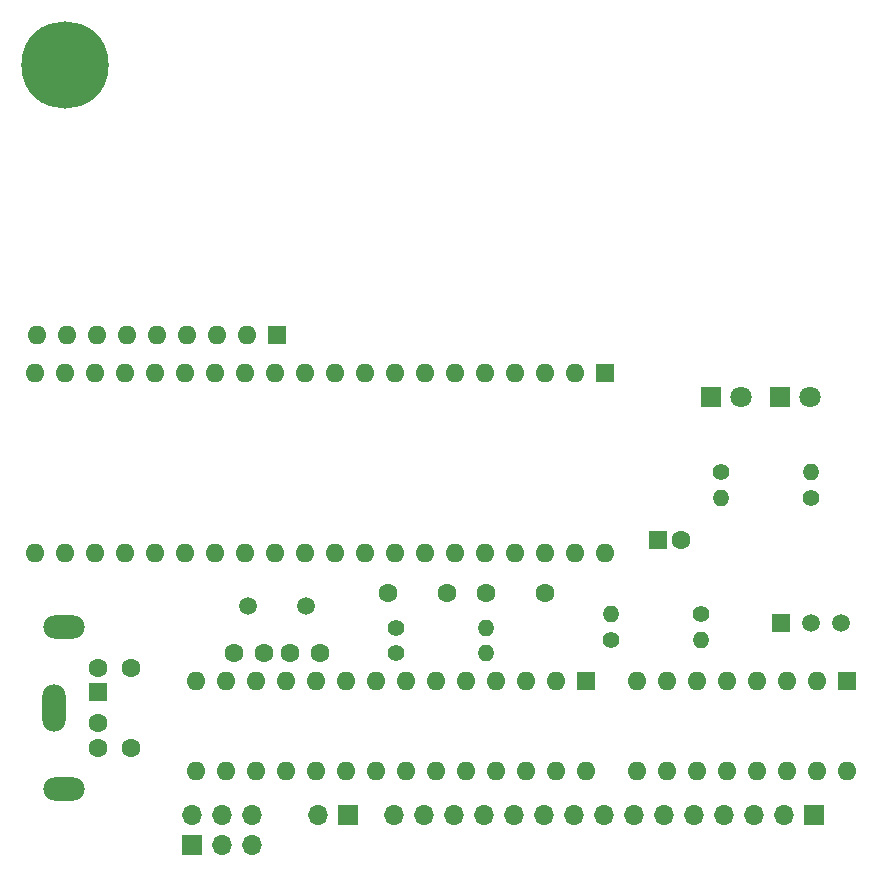
<source format=gbr>
%TF.GenerationSoftware,KiCad,Pcbnew,7.0.7*%
%TF.CreationDate,2023-11-28T10:30:52+00:00*%
%TF.ProjectId,Lynx-PS2,4c796e78-2d50-4533-922e-6b696361645f,rev?*%
%TF.SameCoordinates,Original*%
%TF.FileFunction,Soldermask,Bot*%
%TF.FilePolarity,Negative*%
%FSLAX46Y46*%
G04 Gerber Fmt 4.6, Leading zero omitted, Abs format (unit mm)*
G04 Created by KiCad (PCBNEW 7.0.7) date 2023-11-28 10:30:52*
%MOMM*%
%LPD*%
G01*
G04 APERTURE LIST*
%ADD10C,1.600000*%
%ADD11C,1.400000*%
%ADD12O,1.400000X1.400000*%
%ADD13R,1.700000X1.700000*%
%ADD14O,1.700000X1.700000*%
%ADD15C,7.400000*%
%ADD16R,1.800000X1.800000*%
%ADD17C,1.800000*%
%ADD18R,1.500000X1.500000*%
%ADD19C,1.500000*%
%ADD20R,1.600000X1.600000*%
%ADD21O,1.600000X1.600000*%
%ADD22O,3.500000X2.000000*%
%ADD23O,2.000000X4.000000*%
G04 APERTURE END LIST*
D10*
%TO.C,C4*%
X62660000Y-102300000D03*
X60160000Y-102300000D03*
%TD*%
D11*
%TO.C,R17*%
X104270000Y-89180000D03*
D12*
X96650000Y-89180000D03*
%TD*%
D13*
%TO.C,J800*%
X51820000Y-118600000D03*
D14*
X51820000Y-116060000D03*
X54360000Y-118600000D03*
X54360000Y-116060000D03*
X56900000Y-118600000D03*
X56900000Y-116060000D03*
%TD*%
D10*
%TO.C,C1*%
X76750000Y-97250000D03*
X81750000Y-97250000D03*
%TD*%
D11*
%TO.C,R10*%
X69140000Y-102370000D03*
D12*
X76760000Y-102370000D03*
%TD*%
D15*
%TO.C,H1*%
X41075000Y-52525000D03*
%TD*%
D16*
%TO.C,D18*%
X95815000Y-80630000D03*
D17*
X98355000Y-80630000D03*
%TD*%
D18*
%TO.C,Q1*%
X101727000Y-99822000D03*
D19*
X104267000Y-99822000D03*
X106807000Y-99822000D03*
%TD*%
D11*
%TO.C,R9*%
X94994000Y-99064000D03*
D12*
X87374000Y-99064000D03*
%TD*%
D16*
%TO.C,D19*%
X101640000Y-80630000D03*
D17*
X104180000Y-80630000D03*
%TD*%
D13*
%TO.C,J1*%
X65055000Y-116050000D03*
D14*
X62515000Y-116050000D03*
%TD*%
D11*
%TO.C,R15*%
X69140000Y-100200000D03*
D12*
X76760000Y-100200000D03*
%TD*%
D11*
%TO.C,R16*%
X87374000Y-101214000D03*
D12*
X94994000Y-101214000D03*
%TD*%
D20*
%TO.C,RN1*%
X59080000Y-75370000D03*
D21*
X56540000Y-75370000D03*
X54000000Y-75370000D03*
X51460000Y-75370000D03*
X48920000Y-75370000D03*
X46380000Y-75370000D03*
X43840000Y-75370000D03*
X41300000Y-75370000D03*
X38760000Y-75370000D03*
%TD*%
D20*
%TO.C,C2*%
X91290000Y-92800000D03*
D10*
X93290000Y-92800000D03*
%TD*%
D20*
%TO.C,U3*%
X107305000Y-104700000D03*
D21*
X104765000Y-104700000D03*
X102225000Y-104700000D03*
X99685000Y-104700000D03*
X97145000Y-104700000D03*
X94605000Y-104700000D03*
X92065000Y-104700000D03*
X89525000Y-104700000D03*
X89525000Y-112320000D03*
X92065000Y-112320000D03*
X94605000Y-112320000D03*
X97145000Y-112320000D03*
X99685000Y-112320000D03*
X102225000Y-112320000D03*
X104765000Y-112320000D03*
X107305000Y-112320000D03*
%TD*%
D20*
%TO.C,U4*%
X85190000Y-104700000D03*
D21*
X82650000Y-104700000D03*
X80110000Y-104700000D03*
X77570000Y-104700000D03*
X75030000Y-104700000D03*
X72490000Y-104700000D03*
X69950000Y-104700000D03*
X67410000Y-104700000D03*
X64870000Y-104700000D03*
X62330000Y-104700000D03*
X59790000Y-104700000D03*
X57250000Y-104700000D03*
X54710000Y-104700000D03*
X52170000Y-104700000D03*
X52170000Y-112320000D03*
X54710000Y-112320000D03*
X57250000Y-112320000D03*
X59790000Y-112320000D03*
X62330000Y-112320000D03*
X64870000Y-112320000D03*
X67410000Y-112320000D03*
X69950000Y-112320000D03*
X72490000Y-112320000D03*
X75030000Y-112320000D03*
X77570000Y-112320000D03*
X80110000Y-112320000D03*
X82650000Y-112320000D03*
X85190000Y-112320000D03*
%TD*%
D10*
%TO.C,C5*%
X68470000Y-97230000D03*
X73470000Y-97230000D03*
%TD*%
D13*
%TO.C,PL1*%
X104521000Y-116050000D03*
D14*
X101981000Y-116050000D03*
X99441000Y-116050000D03*
X96901000Y-116050000D03*
X94361000Y-116050000D03*
X91821000Y-116050000D03*
X89281000Y-116050000D03*
X86741000Y-116050000D03*
X84201000Y-116050000D03*
X81661000Y-116050000D03*
X79121000Y-116050000D03*
X76581000Y-116050000D03*
X74041000Y-116050000D03*
X71501000Y-116050000D03*
X68961000Y-116050000D03*
%TD*%
D10*
%TO.C,C3*%
X57940000Y-102300000D03*
X55440000Y-102300000D03*
%TD*%
D19*
%TO.C,Y1*%
X56640000Y-98320000D03*
X61520000Y-98320000D03*
%TD*%
D11*
%TO.C,R18*%
X96650000Y-87020000D03*
D12*
X104270000Y-87020000D03*
%TD*%
D20*
%TO.C,U1*%
X86870000Y-78590000D03*
D21*
X84330000Y-78590000D03*
X81790000Y-78590000D03*
X79250000Y-78590000D03*
X76710000Y-78590000D03*
X74170000Y-78590000D03*
X71630000Y-78590000D03*
X69090000Y-78590000D03*
X66550000Y-78590000D03*
X64010000Y-78590000D03*
X61470000Y-78590000D03*
X58930000Y-78590000D03*
X56390000Y-78590000D03*
X53850000Y-78590000D03*
X51310000Y-78590000D03*
X48770000Y-78590000D03*
X46230000Y-78590000D03*
X43690000Y-78590000D03*
X41150000Y-78590000D03*
X38610000Y-78590000D03*
X38610000Y-93830000D03*
X41150000Y-93830000D03*
X43690000Y-93830000D03*
X46230000Y-93830000D03*
X48770000Y-93830000D03*
X51310000Y-93830000D03*
X53850000Y-93830000D03*
X56390000Y-93830000D03*
X58930000Y-93830000D03*
X61470000Y-93830000D03*
X64010000Y-93830000D03*
X66550000Y-93830000D03*
X69090000Y-93830000D03*
X71630000Y-93830000D03*
X74170000Y-93830000D03*
X76710000Y-93830000D03*
X79250000Y-93830000D03*
X81790000Y-93830000D03*
X84330000Y-93830000D03*
X86870000Y-93830000D03*
%TD*%
D20*
%TO.C,J3*%
X43870000Y-105670000D03*
D10*
X43870000Y-108270000D03*
X43870000Y-103570000D03*
X43870000Y-110370000D03*
X46670000Y-103570000D03*
X46670000Y-110370000D03*
D22*
X41020000Y-113820000D03*
D23*
X40220000Y-106970000D03*
D22*
X41020000Y-100120000D03*
%TD*%
M02*

</source>
